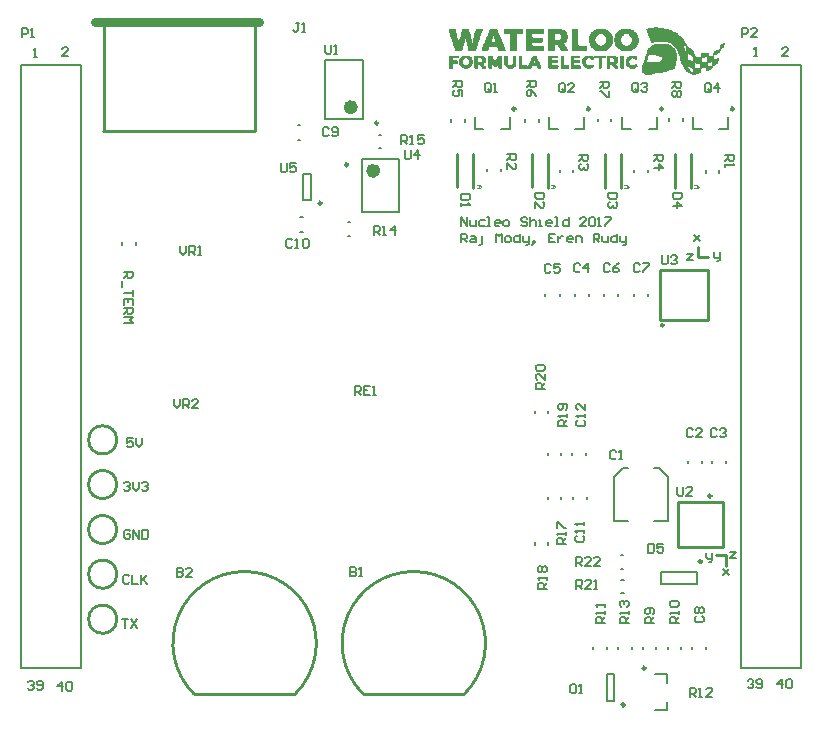
<source format=gto>
G04 Layer_Color=65535*
%FSLAX23Y23*%
%MOIN*%
G70*
G01*
G75*
%ADD27C,0.010*%
%ADD40C,0.010*%
%ADD41C,0.024*%
%ADD42C,0.002*%
%ADD43C,0.008*%
%ADD44C,0.030*%
%ADD45C,0.006*%
%ADD46C,0.006*%
%ADD47C,0.006*%
%ADD48C,0.003*%
D27*
X2366Y2609D02*
G03*
X2366Y2609I-47J0D01*
G01*
X4348Y2721D02*
G03*
X4348Y2721I-5J0D01*
G01*
X2366Y2908D02*
G03*
X2366Y2908I-47J0D01*
G01*
Y2759D02*
G03*
X2366Y2759I-47J0D01*
G01*
Y2460D02*
G03*
X2366Y2460I-47J0D01*
G01*
Y2310D02*
G03*
X2366Y2310I-47J0D01*
G01*
X2961Y2061D02*
G03*
X2622Y2061I-169J169D01*
G01*
X3525D02*
G03*
X3186Y2061I-169J169D01*
G01*
X4189Y3290D02*
G03*
X4189Y3290I-4J0D01*
G01*
X4304Y3518D02*
Y3552D01*
Y3544D02*
Y3552D01*
Y3518D02*
X4336D01*
X4364Y2524D02*
X4396D01*
Y2489D02*
Y2524D01*
X4388Y2551D02*
Y2701D01*
X4238Y2551D02*
X4388D01*
X4238D02*
Y2701D01*
X4388D01*
X2826Y3936D02*
Y4300D01*
X2319Y3936D02*
X2826D01*
X2323D02*
Y4300D01*
X4281Y3749D02*
Y3860D01*
X4228Y3749D02*
Y3860D01*
X4046Y3748D02*
Y3860D01*
X3992Y3749D02*
Y3860D01*
X3802Y3749D02*
Y3860D01*
X3749Y3750D02*
Y3861D01*
X3501Y3750D02*
Y3861D01*
X3554Y3749D02*
Y3860D01*
X2622Y2061D02*
X2961D01*
X3186D02*
X3525D01*
X4176Y3310D02*
X4178Y3308D01*
X4176Y3310D02*
Y3475D01*
X4178Y3308D02*
X4183D01*
X4176Y3475D02*
X4336D01*
X4337Y3474D01*
Y3308D02*
Y3474D01*
X4183Y3308D02*
X4337D01*
D40*
X3049Y3697D02*
G03*
X3049Y3697I-5J0D01*
G01*
X3137Y3825D02*
G03*
X3137Y3825I-5J0D01*
G01*
X3237Y3964D02*
G03*
X3237Y3964I-5J0D01*
G01*
X4129Y2147D02*
G03*
X4129Y2147I-5J0D01*
G01*
X4423Y4011D02*
G03*
X4423Y4011I-5J0D01*
G01*
X4187D02*
G03*
X4187Y4011I-5J0D01*
G01*
X3943D02*
G03*
X3943Y4011I-5J0D01*
G01*
X3695D02*
G03*
X3695Y4011I-5J0D01*
G01*
X4059Y2025D02*
G03*
X4059Y2025I-5J0D01*
G01*
X4316Y2502D02*
G03*
X4316Y2502I-5J0D01*
G01*
D41*
X3233Y3805D02*
G03*
X3233Y3805I-12J0D01*
G01*
X3158Y4017D02*
G03*
X3158Y4017I-12J0D01*
G01*
D42*
X3472Y4181D02*
X3482D01*
X3472Y4179D02*
X3482D01*
X3472Y4177D02*
X3482D01*
X3472Y4175D02*
X3482D01*
X3472Y4163D02*
X3482D01*
X3472Y4161D02*
X3482D01*
X3472Y4159D02*
X3482D01*
X3472Y4157D02*
X3482D01*
X3472Y4155D02*
X3482D01*
X3472Y4153D02*
X3482D01*
X3474Y4151D02*
X3482D01*
X3474Y4149D02*
X3482D01*
X3520Y4189D02*
X3536D01*
X3516Y4187D02*
X3540D01*
X3514Y4185D02*
X3544D01*
X3512Y4183D02*
X3546D01*
X3510Y4181D02*
X3524D01*
X3532D02*
X3546D01*
X3558D02*
X3568D01*
X3508Y4179D02*
X3520D01*
X3536D02*
X3548D01*
X3558D02*
X3568D01*
X3508Y4177D02*
X3518D01*
X3538D02*
X3548D01*
X3558D02*
X3568D01*
X3508Y4175D02*
X3518D01*
X3540D02*
X3550D01*
X3558D02*
X3568D01*
X3506Y4173D02*
X3516D01*
X3540D02*
X3550D01*
X3558D02*
X3568D01*
X3506Y4171D02*
X3516D01*
X3540D02*
X3550D01*
X3558D02*
X3568D01*
X3506Y4169D02*
X3516D01*
X3540D02*
X3550D01*
X3506Y4167D02*
X3516D01*
X3540D02*
X3550D01*
X3506Y4165D02*
X3516D01*
X3540D02*
X3550D01*
X3508Y4163D02*
X3518D01*
X3540D02*
X3550D01*
X3508Y4161D02*
X3520D01*
X3538D02*
X3548D01*
X3510Y4159D02*
X3522D01*
X3536D02*
X3548D01*
X3558D02*
X3568D01*
X3510Y4157D02*
X3526D01*
X3530D02*
X3546D01*
X3558D02*
X3568D01*
X3512Y4155D02*
X3544D01*
X3558D02*
X3568D01*
X3514Y4153D02*
X3542D01*
X3558D02*
X3568D01*
X3518Y4151D02*
X3540D01*
X3558D02*
X3568D01*
X3522Y4149D02*
X3534D01*
X3560D02*
X3566D01*
X3516Y4275D02*
X3538D01*
X3516Y4273D02*
X3538D01*
X3516Y4271D02*
X3538D01*
X3516Y4269D02*
X3540D01*
X3514Y4267D02*
X3540D01*
X3514Y4265D02*
X3540D01*
X3514Y4263D02*
X3540D01*
X3514Y4261D02*
X3542D01*
X3512Y4259D02*
X3542D01*
X3512Y4257D02*
X3542D01*
X3512Y4255D02*
X3542D01*
X3512Y4253D02*
X3544D01*
X3510Y4251D02*
X3526D01*
X3528D02*
X3544D01*
X3510Y4249D02*
X3526D01*
X3528D02*
X3544D01*
X3510Y4247D02*
X3526D01*
X3528D02*
X3544D01*
X3508Y4245D02*
X3524D01*
X3530D02*
X3546D01*
X3508Y4243D02*
X3524D01*
X3530D02*
X3546D01*
X3508Y4241D02*
X3524D01*
X3530D02*
X3546D01*
X3554D02*
X3570D01*
X3508Y4239D02*
X3522D01*
X3530D02*
X3546D01*
X3552D02*
X3570D01*
X3506Y4237D02*
X3522D01*
X3532D02*
X3548D01*
X3552D02*
X3570D01*
X3506Y4235D02*
X3522D01*
X3532D02*
X3548D01*
X3552D02*
X3568D01*
X3506Y4233D02*
X3522D01*
X3532D02*
X3548D01*
X3552D02*
X3568D01*
X3506Y4231D02*
X3520D01*
X3532D02*
X3568D01*
X3534Y4229D02*
X3566D01*
X3534Y4227D02*
X3566D01*
X3534Y4225D02*
X3566D01*
X3536Y4223D02*
X3564D01*
X3536Y4221D02*
X3564D01*
X3536Y4219D02*
X3564D01*
X3536Y4217D02*
X3562D01*
X3538Y4215D02*
X3562D01*
X3538Y4213D02*
X3562D01*
X3538Y4211D02*
X3560D01*
X3494Y4209D02*
X3514D01*
X3538D02*
X3560D01*
X3494Y4207D02*
X3514D01*
X3540D02*
X3558D01*
X3604Y4189D02*
X3614D01*
X3638D02*
X3646D01*
X3604Y4187D02*
X3616D01*
X3636D02*
X3648D01*
X3604Y4185D02*
X3616D01*
X3634D02*
X3648D01*
X3604Y4183D02*
X3618D01*
X3634D02*
X3648D01*
X3580Y4181D02*
X3592D01*
X3604D02*
X3618D01*
X3632D02*
X3648D01*
X3582Y4179D02*
X3592D01*
X3604D02*
X3618D01*
X3632D02*
X3648D01*
X3584Y4177D02*
X3592D01*
X3604D02*
X3620D01*
X3630D02*
X3648D01*
X3584Y4175D02*
X3592D01*
X3604D02*
X3622D01*
X3630D02*
X3648D01*
X3584Y4173D02*
X3592D01*
X3604D02*
X3622D01*
X3628D02*
X3648D01*
X3582Y4171D02*
X3592D01*
X3604D02*
X3612D01*
X3614D02*
X3624D01*
X3628D02*
X3648D01*
X3604Y4169D02*
X3612D01*
X3614D02*
X3624D01*
X3626D02*
X3636D01*
X3638D02*
X3648D01*
X3604Y4167D02*
X3612D01*
X3616D02*
X3636D01*
X3638D02*
X3648D01*
X3604Y4165D02*
X3612D01*
X3616D02*
X3634D01*
X3638D02*
X3648D01*
X3604Y4163D02*
X3612D01*
X3618D02*
X3634D01*
X3638D02*
X3648D01*
X3604Y4161D02*
X3612D01*
X3618D02*
X3632D01*
X3638D02*
X3648D01*
X3578Y4159D02*
X3588D01*
X3604D02*
X3612D01*
X3620D02*
X3632D01*
X3638D02*
X3648D01*
X3578Y4157D02*
X3588D01*
X3604D02*
X3612D01*
X3620D02*
X3630D01*
X3638D02*
X3648D01*
X3580Y4155D02*
X3590D01*
X3604D02*
X3612D01*
X3622D02*
X3630D01*
X3638D02*
X3648D01*
X3582Y4153D02*
X3592D01*
X3604D02*
X3612D01*
X3624D02*
X3628D01*
X3638D02*
X3648D01*
X3582Y4151D02*
X3592D01*
X3604D02*
X3612D01*
X3638D02*
X3648D01*
X3584Y4149D02*
X3592D01*
X3606D02*
X3612D01*
X3640D02*
X3646D01*
X3610Y4275D02*
X3632D01*
X3608Y4273D02*
X3632D01*
X3608Y4271D02*
X3634D01*
X3606Y4269D02*
X3634D01*
X3606Y4267D02*
X3634D01*
X3604Y4265D02*
X3636D01*
X3604Y4263D02*
X3636D01*
X3604Y4261D02*
X3638D01*
X3602Y4259D02*
X3638D01*
X3602Y4257D02*
X3640D01*
X3600Y4255D02*
X3618D01*
X3622D02*
X3640D01*
X3600Y4253D02*
X3618D01*
X3622D02*
X3640D01*
X3598Y4251D02*
X3616D01*
X3622D02*
X3642D01*
X3598Y4249D02*
X3616D01*
X3624D02*
X3642D01*
X3598Y4247D02*
X3616D01*
X3624D02*
X3644D01*
X3596Y4245D02*
X3614D01*
X3626D02*
X3644D01*
X3596Y4243D02*
X3614D01*
X3626D02*
X3646D01*
X3594Y4241D02*
X3612D01*
X3626D02*
X3646D01*
X3594Y4239D02*
X3612D01*
X3628D02*
X3646D01*
X3592Y4237D02*
X3612D01*
X3628D02*
X3648D01*
X3592Y4235D02*
X3612D01*
X3628D02*
X3648D01*
X3592Y4233D02*
X3650D01*
X3590Y4231D02*
X3650D01*
X3590Y4229D02*
X3650D01*
X3586Y4219D02*
X3604D01*
X3584Y4217D02*
X3604D01*
X3584Y4215D02*
X3602D01*
X3582Y4213D02*
X3602D01*
X3582Y4211D02*
X3602D01*
X3582Y4209D02*
X3600D01*
X3582Y4207D02*
X3600D01*
X3660Y4189D02*
X3668D01*
X3686D02*
X3694D01*
X3706D02*
X3714D01*
X3658Y4187D02*
X3668D01*
X3686D02*
X3694D01*
X3706D02*
X3714D01*
X3658Y4185D02*
X3668D01*
X3686D02*
X3694D01*
X3706D02*
X3714D01*
X3658Y4183D02*
X3668D01*
X3686D02*
X3694D01*
X3706D02*
X3714D01*
X3658Y4181D02*
X3668D01*
X3686D02*
X3694D01*
X3706D02*
X3714D01*
X3658Y4179D02*
X3668D01*
X3686D02*
X3694D01*
X3706D02*
X3714D01*
X3658Y4177D02*
X3668D01*
X3686D02*
X3694D01*
X3706D02*
X3714D01*
X3658Y4175D02*
X3668D01*
X3686D02*
X3694D01*
X3706D02*
X3714D01*
X3658Y4173D02*
X3668D01*
X3686D02*
X3694D01*
X3706D02*
X3714D01*
X3658Y4171D02*
X3668D01*
X3686D02*
X3694D01*
X3706D02*
X3714D01*
X3658Y4169D02*
X3668D01*
X3686D02*
X3694D01*
X3706D02*
X3714D01*
X3658Y4167D02*
X3668D01*
X3686D02*
X3694D01*
X3706D02*
X3714D01*
X3658Y4165D02*
X3668D01*
X3686D02*
X3694D01*
X3706D02*
X3714D01*
X3658Y4163D02*
X3668D01*
X3686D02*
X3694D01*
X3706D02*
X3714D01*
X3658Y4161D02*
X3668D01*
X3684D02*
X3694D01*
X3706D02*
X3714D01*
X3660Y4159D02*
X3670D01*
X3684D02*
X3694D01*
X3706D02*
X3714D01*
X3660Y4157D02*
X3674D01*
X3678D02*
X3694D01*
X3706D02*
X3730D01*
X3662Y4155D02*
X3692D01*
X3664Y4153D02*
X3690D01*
X3666Y4151D02*
X3688D01*
X3670Y4149D02*
X3684D01*
X3656Y4275D02*
X3718D01*
X3656Y4273D02*
X3718D01*
X3656Y4271D02*
X3718D01*
X3656Y4269D02*
X3718D01*
X3656Y4267D02*
X3718D01*
X3656Y4265D02*
X3718D01*
X3658Y4263D02*
X3716D01*
X3678Y4261D02*
X3696D01*
X3678Y4259D02*
X3696D01*
X3678Y4257D02*
X3696D01*
X3678Y4255D02*
X3696D01*
X3678Y4253D02*
X3696D01*
X3678Y4251D02*
X3696D01*
X3678Y4249D02*
X3696D01*
X3678Y4247D02*
X3696D01*
X3678Y4245D02*
X3696D01*
X3678Y4243D02*
X3696D01*
X3678Y4241D02*
X3696D01*
X3678Y4239D02*
X3696D01*
X3678Y4237D02*
X3696D01*
X3678Y4235D02*
X3696D01*
X3678Y4233D02*
X3696D01*
X3678Y4231D02*
X3696D01*
X3678Y4229D02*
X3696D01*
X3678Y4227D02*
X3696D01*
X3678Y4225D02*
X3696D01*
X3678Y4223D02*
X3696D01*
X3678Y4221D02*
X3696D01*
X3678Y4219D02*
X3696D01*
X3678Y4217D02*
X3696D01*
X3678Y4215D02*
X3696D01*
X3678Y4213D02*
X3696D01*
X3678Y4211D02*
X3696D01*
X3678Y4209D02*
X3696D01*
X3678Y4207D02*
X3696D01*
X3752Y4189D02*
X3762D01*
X3752Y4187D02*
X3762D01*
X3750Y4185D02*
X3764D01*
X3750Y4183D02*
X3764D01*
X3748Y4181D02*
X3764D01*
X3748Y4179D02*
X3766D01*
X3746Y4177D02*
X3756D01*
X3758D02*
X3766D01*
X3746Y4175D02*
X3756D01*
X3758D02*
X3768D01*
X3746Y4173D02*
X3754D01*
X3760D02*
X3768D01*
X3744Y4171D02*
X3754D01*
X3760D02*
X3770D01*
X3744Y4169D02*
X3752D01*
X3760D02*
X3770D01*
X3742Y4167D02*
X3752D01*
X3762D02*
X3772D01*
X3742Y4165D02*
X3772D01*
X3740Y4163D02*
X3772D01*
X3740Y4161D02*
X3774D01*
X3738Y4159D02*
X3774D01*
X3738Y4157D02*
X3748D01*
X3766D02*
X3776D01*
X3738Y4155D02*
X3746D01*
X3766D02*
X3776D01*
X3736Y4153D02*
X3746D01*
X3768D02*
X3778D01*
X3736Y4151D02*
X3746D01*
X3768D02*
X3778D01*
X3736Y4149D02*
X3744D01*
X3770D02*
X3778D01*
X3846Y4189D02*
X3854D01*
X3846Y4187D02*
X3854D01*
X3846Y4185D02*
X3854D01*
X3846Y4183D02*
X3854D01*
X3846Y4181D02*
X3854D01*
X3880D02*
X3888D01*
X3846Y4179D02*
X3854D01*
X3880D02*
X3888D01*
X3846Y4177D02*
X3854D01*
X3880D02*
X3888D01*
X3846Y4175D02*
X3854D01*
X3880D02*
X3888D01*
X3846Y4173D02*
X3854D01*
X3846Y4171D02*
X3854D01*
X3846Y4169D02*
X3854D01*
X3846Y4167D02*
X3854D01*
X3846Y4165D02*
X3854D01*
X3880D02*
X3888D01*
X3846Y4163D02*
X3854D01*
X3880D02*
X3888D01*
X3846Y4161D02*
X3854D01*
X3880D02*
X3888D01*
X3846Y4159D02*
X3854D01*
X3880D02*
X3888D01*
X3846Y4157D02*
X3870D01*
X3846Y4155D02*
X3870D01*
X3846Y4153D02*
X3870D01*
X3846Y4151D02*
X3870D01*
X3846Y4149D02*
X3870D01*
X3838Y4263D02*
X3864D01*
X3844Y4261D02*
X3864D01*
X3846Y4259D02*
X3866D01*
X3848Y4257D02*
X3866D01*
X3848Y4255D02*
X3866D01*
X3848Y4253D02*
X3866D01*
X3848Y4251D02*
X3866D01*
X3848Y4249D02*
X3866D01*
X3846Y4247D02*
X3866D01*
X3844Y4245D02*
X3864D01*
X3842Y4243D02*
X3864D01*
X3836Y4225D02*
X3856D01*
X3838Y4223D02*
X3858D01*
X3838Y4221D02*
X3860D01*
X3840Y4219D02*
X3860D01*
X3842Y4217D02*
X3862D01*
X3842Y4215D02*
X3864D01*
X3844Y4213D02*
X3864D01*
X3844Y4211D02*
X3866D01*
X3846Y4209D02*
X3866D01*
X3846Y4207D02*
X3866D01*
X3930Y4189D02*
X3946D01*
X3926Y4187D02*
X3950D01*
X3924Y4185D02*
X3954D01*
X3922Y4183D02*
X3954D01*
X3920Y4181D02*
X3934D01*
X3942D02*
X3954D01*
X3920Y4179D02*
X3930D01*
X3948D02*
X3952D01*
X3918Y4177D02*
X3928D01*
X3918Y4175D02*
X3928D01*
X3918Y4173D02*
X3926D01*
X3918Y4171D02*
X3926D01*
X3918Y4169D02*
X3926D01*
X3918Y4167D02*
X3926D01*
X3918Y4165D02*
X3926D01*
X3918Y4163D02*
X3928D01*
X3920Y4161D02*
X3930D01*
X3920Y4159D02*
X3932D01*
X3946D02*
X3952D01*
X3920Y4157D02*
X3954D01*
X3922Y4155D02*
X3954D01*
X3924Y4153D02*
X3952D01*
X3928Y4151D02*
X3950D01*
X3932Y4149D02*
X3944D01*
Y4261D02*
X3970D01*
X3942Y4259D02*
X3966D01*
X3942Y4257D02*
X3964D01*
X3942Y4255D02*
X3962D01*
X3940Y4253D02*
X3962D01*
X3940Y4251D02*
X3960D01*
X3940Y4249D02*
X3960D01*
X3940Y4247D02*
X3958D01*
X3940Y4245D02*
X3958D01*
X3940Y4243D02*
X3958D01*
X3940Y4241D02*
X3958D01*
X3940Y4239D02*
X3958D01*
X3940Y4237D02*
X3960D01*
X3940Y4235D02*
X3960D01*
X3940Y4233D02*
X3960D01*
X3942Y4231D02*
X3962D01*
X3942Y4229D02*
X3964D01*
X3942Y4227D02*
X3966D01*
X3944Y4225D02*
X3968D01*
X4000Y4189D02*
X4024D01*
X4000Y4187D02*
X4028D01*
X4000Y4185D02*
X4030D01*
X4000Y4183D02*
X4032D01*
X4000Y4181D02*
X4008D01*
X4020D02*
X4032D01*
X4000Y4179D02*
X4008D01*
X4024D02*
X4032D01*
X4000Y4177D02*
X4008D01*
X4024D02*
X4032D01*
X4000Y4175D02*
X4008D01*
X4026D02*
X4032D01*
X4000Y4173D02*
X4008D01*
X4024D02*
X4032D01*
X4000Y4171D02*
X4008D01*
X4022D02*
X4032D01*
X4000Y4169D02*
X4032D01*
X4000Y4167D02*
X4030D01*
X4000Y4165D02*
X4030D01*
X4000Y4163D02*
X4026D01*
X4000Y4161D02*
X4026D01*
X4000Y4159D02*
X4008D01*
X4018D02*
X4028D01*
X4000Y4157D02*
X4008D01*
X4020D02*
X4030D01*
X4000Y4155D02*
X4008D01*
X4020D02*
X4030D01*
X4000Y4153D02*
X4008D01*
X4022D02*
X4032D01*
X4000Y4151D02*
X4008D01*
X4024D02*
X4032D01*
X4000Y4149D02*
X4008D01*
X4026D02*
X4032D01*
X3986Y4261D02*
X4012D01*
X3990Y4259D02*
X4014D01*
X3992Y4257D02*
X4014D01*
X4026D02*
X4050D01*
X3994Y4255D02*
X4014D01*
X4026D02*
X4048D01*
X3994Y4253D02*
X4016D01*
X4026D02*
X4046D01*
X3996Y4251D02*
X4016D01*
X4026D02*
X4046D01*
X3996Y4249D02*
X4016D01*
X4024D02*
X4044D01*
X3998Y4247D02*
X4016D01*
X4024D02*
X4044D01*
X3998Y4245D02*
X4016D01*
X4024D02*
X4044D01*
X3998Y4243D02*
X4016D01*
X4024D02*
X4044D01*
X3998Y4241D02*
X4016D01*
X4024D02*
X4044D01*
X3998Y4239D02*
X4016D01*
X4024D02*
X4044D01*
X3996Y4237D02*
X4016D01*
X4024D02*
X4044D01*
X3996Y4235D02*
X4016D01*
X4026D02*
X4044D01*
X3996Y4233D02*
X4016D01*
X4026D02*
X4046D01*
X3994Y4231D02*
X4016D01*
X4026D02*
X4046D01*
X3992Y4229D02*
X4014D01*
X4026D02*
X4048D01*
X3990Y4227D02*
X4014D01*
X4028D02*
X4050D01*
X3988Y4225D02*
X4012D01*
X3984Y4223D02*
X4012D01*
X4076Y4189D02*
X4092D01*
X4072Y4187D02*
X4096D01*
X4070Y4185D02*
X4098D01*
X4068Y4183D02*
X4098D01*
X4066Y4181D02*
X4080D01*
X4088D02*
X4098D01*
X4064Y4179D02*
X4076D01*
X4092D02*
X4096D01*
X4064Y4177D02*
X4074D01*
X4126D02*
X4130D01*
X4064Y4175D02*
X4072D01*
X4124D02*
X4130D01*
X4062Y4173D02*
X4072D01*
X4124D02*
X4130D01*
X4062Y4171D02*
X4070D01*
X4124D02*
X4130D01*
X4062Y4169D02*
X4070D01*
X4062Y4167D02*
X4070D01*
X4062Y4165D02*
X4072D01*
X4064Y4163D02*
X4072D01*
X4064Y4161D02*
X4074D01*
X4094D02*
X4096D01*
X4064Y4159D02*
X4076D01*
X4092D02*
X4098D01*
X4066Y4157D02*
X4098D01*
X4068Y4155D02*
X4100D01*
X4070Y4153D02*
X4098D01*
X4072Y4151D02*
X4094D01*
X4078Y4149D02*
X4090D01*
X4072Y4261D02*
X4096D01*
X4074Y4259D02*
X4098D01*
X4076Y4257D02*
X4100D01*
X4078Y4255D02*
X4100D01*
X4080Y4253D02*
X4100D01*
X4080Y4251D02*
X4100D01*
X4082Y4249D02*
X4102D01*
X4082Y4247D02*
X4102D01*
X4082Y4245D02*
X4102D01*
X4082Y4243D02*
X4102D01*
X4082Y4241D02*
X4102D01*
X4082Y4239D02*
X4102D01*
X4082Y4237D02*
X4102D01*
X4082Y4235D02*
X4102D01*
X4080Y4233D02*
X4100D01*
X4080Y4231D02*
X4100D01*
X4078Y4229D02*
X4100D01*
X4076Y4227D02*
X4098D01*
X4074Y4225D02*
X4098D01*
X4070Y4223D02*
X4096D01*
X4056Y4279D02*
X4070D01*
X4146Y4237D02*
X4162D01*
X4148Y4235D02*
X4154D01*
X4166Y4229D02*
X4192D01*
X4158Y4227D02*
X4202D01*
X4154Y4225D02*
X4206D01*
X4150Y4223D02*
X4210D01*
X4156Y4283D02*
X4168D01*
X4138Y4281D02*
X4188D01*
X4240Y4195D02*
X4266D01*
X4272D02*
X4288D01*
X4240Y4193D02*
X4266D01*
X4276D02*
X4290D01*
X4240Y4191D02*
X4266D01*
X4280D02*
X4290D01*
X4242Y4189D02*
X4266D01*
X4284D02*
X4290D01*
X4242Y4187D02*
X4266D01*
X4242Y4185D02*
X4266D01*
X4242Y4183D02*
X4266D01*
X4242Y4181D02*
X4266D01*
X4244Y4179D02*
X4266D01*
X4244Y4177D02*
X4268D01*
X4244Y4175D02*
X4260D01*
X4266D02*
X4270D01*
X4246Y4173D02*
X4262D01*
X4266D02*
X4276D01*
X4246Y4171D02*
X4262D01*
X4266D02*
X4282D01*
X4248Y4169D02*
X4262D01*
X4248Y4167D02*
X4262D01*
X4266D02*
X4290D01*
X4248Y4165D02*
X4264D01*
X4266D02*
X4290D01*
X4250Y4163D02*
X4264D01*
X4266D02*
X4290D01*
X4250Y4161D02*
X4264D01*
X4266D02*
X4290D01*
X4252Y4159D02*
X4290D01*
X4252Y4157D02*
X4290D01*
X4254Y4155D02*
X4290D01*
X4254Y4153D02*
X4268D01*
X4272D02*
X4290D01*
X4256Y4151D02*
X4268D01*
X4276D02*
X4290D01*
X4256Y4149D02*
X4270D01*
X4258Y4147D02*
X4270D01*
X4260Y4145D02*
X4272D01*
X4262Y4143D02*
X4274D01*
X4262Y4141D02*
X4274D01*
X4264Y4139D02*
X4276D01*
X4266Y4137D02*
X4278D01*
X4270Y4135D02*
X4280D01*
X4272Y4133D02*
X4284D01*
X4276Y4131D02*
X4286D01*
X4216Y4229D02*
X4252D01*
X4254D02*
X4260D01*
X4218Y4227D02*
X4252D01*
X4256D02*
X4262D01*
X4220Y4225D02*
X4254D01*
X4258D02*
X4262D01*
X4222Y4223D02*
X4254D01*
X4260D02*
X4262D01*
X4224Y4221D02*
X4254D01*
X4262D02*
X4266D01*
X4226Y4219D02*
X4254D01*
X4262D02*
X4268D01*
X4228Y4217D02*
X4254D01*
X4264D02*
X4270D01*
X4230Y4215D02*
X4254D01*
X4264D02*
X4274D01*
X4230Y4213D02*
X4256D01*
X4264D02*
X4276D01*
X4232Y4211D02*
X4256D01*
X4264D02*
X4280D01*
X4234Y4209D02*
X4256D01*
X4264D02*
X4282D01*
X4234Y4207D02*
X4256D01*
X4264D02*
X4284D01*
X4236Y4205D02*
X4256D01*
X4264D02*
X4286D01*
X4236Y4203D02*
X4260D01*
X4264D02*
X4288D01*
X4238Y4201D02*
X4288D01*
X4238Y4199D02*
X4288D01*
X4312Y4195D02*
X4338D01*
X4354D02*
X4362D01*
X4312Y4193D02*
X4338D01*
X4354D02*
X4358D01*
X4312Y4191D02*
X4336D01*
X4352D02*
X4354D01*
X4312Y4189D02*
X4336D01*
X4346D02*
X4354D01*
X4312Y4187D02*
X4354D01*
X4312Y4185D02*
X4322D01*
X4334D02*
X4354D01*
X4334Y4183D02*
X4352D01*
X4334Y4181D02*
X4352D01*
X4366D02*
X4370D01*
X4334Y4179D02*
X4352D01*
X4362D02*
X4370D01*
X4334Y4177D02*
X4352D01*
X4358D02*
X4370D01*
X4334Y4175D02*
X4352D01*
X4354D02*
X4370D01*
X4334Y4173D02*
X4370D01*
X4334Y4171D02*
X4368D01*
X4322Y4169D02*
X4344D01*
X4350D02*
X4368D01*
X4350Y4167D02*
X4368D01*
X4298Y4165D02*
X4308D01*
X4310D02*
X4334D01*
X4350D02*
X4366D01*
X4310Y4163D02*
X4334D01*
X4350D02*
X4364D01*
X4310Y4161D02*
X4334D01*
X4350D02*
X4360D01*
X4310Y4159D02*
X4334D01*
X4350D02*
X4358D01*
X4310Y4157D02*
X4334D01*
X4350D02*
X4354D01*
X4310Y4155D02*
X4332D01*
X4346D02*
X4350D01*
X4310Y4153D02*
X4334D01*
X4336D02*
X4350D01*
X4310Y4151D02*
X4350D01*
X4332Y4149D02*
X4348D01*
X4330Y4147D02*
X4348D01*
X4330Y4145D02*
X4344D01*
X4330Y4143D02*
X4342D01*
X4330Y4141D02*
X4336D01*
X4326Y4199D02*
X4336D01*
X4354D02*
X4368D01*
X4388Y4231D02*
X4390D01*
X4384Y4229D02*
X4390D01*
X4380Y4227D02*
X4390D01*
X4380Y4225D02*
X4388D01*
X4378Y4223D02*
X4388D01*
X4378Y4221D02*
X4386D01*
X4378Y4219D02*
X4386D01*
X4376Y4217D02*
X4384D01*
X4376Y4215D02*
X4380D01*
X4376Y4213D02*
X4378D01*
X3518Y4277D02*
X3536D01*
X3610D02*
X3630D01*
X3656D02*
X3718D01*
X4238Y4197D02*
X4266D01*
X4268D02*
X4288D01*
X4314D02*
X4338D01*
X4354D02*
X4364D01*
X3474Y4189D02*
X3502D01*
X3472Y4187D02*
X3502D01*
X3472Y4185D02*
X3502D01*
X3472Y4183D02*
X3502D01*
X3472Y4173D02*
X3498D01*
X3472Y4171D02*
X3500D01*
X3472Y4169D02*
X3500D01*
X3472Y4167D02*
X3500D01*
X3472Y4165D02*
X3500D01*
X3472Y4275D02*
X3492D01*
X3472Y4273D02*
X3492D01*
X3474Y4271D02*
X3494D01*
X3474Y4269D02*
X3494D01*
X3474Y4267D02*
X3494D01*
X3476Y4265D02*
X3496D01*
X3476Y4263D02*
X3496D01*
X3476Y4261D02*
X3496D01*
X3478Y4259D02*
X3496D01*
X3478Y4257D02*
X3498D01*
X3478Y4255D02*
X3498D01*
X3478Y4253D02*
X3498D01*
X3480Y4251D02*
X3498D01*
X3480Y4249D02*
X3500D01*
X3482Y4247D02*
X3500D01*
X3482Y4245D02*
X3500D01*
X3482Y4243D02*
X3500D01*
X3484Y4241D02*
X3502D01*
X3484Y4239D02*
X3502D01*
X3484Y4237D02*
X3502D01*
X3486Y4235D02*
X3504D01*
X3486Y4233D02*
X3504D01*
X3486Y4231D02*
X3504D01*
X3486Y4229D02*
X3520D01*
X3488Y4227D02*
X3520D01*
X3488Y4225D02*
X3520D01*
X3490Y4223D02*
X3518D01*
X3490Y4221D02*
X3518D01*
X3490Y4219D02*
X3518D01*
X3492Y4217D02*
X3516D01*
X3492Y4215D02*
X3516D01*
X3492Y4213D02*
X3516D01*
X3492Y4211D02*
X3516D01*
X3560Y4189D02*
X3584D01*
X3806D02*
X3834D01*
X3558Y4187D02*
X3588D01*
X3804D02*
X3834D01*
X3558Y4185D02*
X3590D01*
X3804D02*
X3834D01*
X3558Y4183D02*
X3590D01*
X3804D02*
X3834D01*
X3804Y4181D02*
X3814D01*
X3804Y4179D02*
X3814D01*
X3804Y4177D02*
X3814D01*
X3804Y4175D02*
X3814D01*
X3804Y4173D02*
X3832D01*
X3804Y4171D02*
X3832D01*
X3558Y4169D02*
X3592D01*
X3804D02*
X3832D01*
X3558Y4167D02*
X3590D01*
X3804D02*
X3832D01*
X3558Y4165D02*
X3588D01*
X3804D02*
X3814D01*
X3558Y4163D02*
X3586D01*
X3804D02*
X3814D01*
X3558Y4161D02*
X3586D01*
X3804D02*
X3814D01*
X3804Y4159D02*
X3814D01*
X3804Y4157D02*
X3834D01*
X3706Y4155D02*
X3732D01*
X3804D02*
X3834D01*
X3706Y4153D02*
X3732D01*
X3804D02*
X3836D01*
X3706Y4151D02*
X3732D01*
X3804D02*
X3834D01*
X3708Y4149D02*
X3732D01*
X3806D02*
X3834D01*
X3562Y4275D02*
X3582D01*
X3730D02*
X3786D01*
X3562Y4273D02*
X3580D01*
X3730D02*
X3786D01*
X3560Y4271D02*
X3580D01*
X3730D02*
X3786D01*
X3560Y4269D02*
X3580D01*
X3730D02*
X3786D01*
X3560Y4267D02*
X3580D01*
X3730D02*
X3786D01*
X3560Y4265D02*
X3578D01*
X3730D02*
X3786D01*
X3558Y4263D02*
X3578D01*
X3730D02*
X3750D01*
X3804D02*
X3824D01*
X3558Y4261D02*
X3578D01*
X3730D02*
X3748D01*
X3804D02*
X3822D01*
X3558Y4259D02*
X3576D01*
X3730D02*
X3748D01*
X3804D02*
X3822D01*
X3558Y4257D02*
X3576D01*
X3730D02*
X3748D01*
X3804D02*
X3822D01*
X3556Y4255D02*
X3574D01*
X3730D02*
X3748D01*
X3804D02*
X3822D01*
X3556Y4253D02*
X3574D01*
X3730D02*
X3748D01*
X3804D02*
X3822D01*
X3556Y4251D02*
X3574D01*
X3730D02*
X3750D01*
X3804D02*
X3822D01*
X3556Y4249D02*
X3574D01*
X3730D02*
X3782D01*
X3804D02*
X3822D01*
X3554Y4247D02*
X3572D01*
X3730D02*
X3782D01*
X3804D02*
X3822D01*
X3554Y4245D02*
X3572D01*
X3730D02*
X3782D01*
X3804D02*
X3822D01*
X3554Y4243D02*
X3572D01*
X3730D02*
X3782D01*
X3804D02*
X3822D01*
X3730Y4241D02*
X3782D01*
X3730Y4239D02*
X3782D01*
X3730Y4237D02*
X3782D01*
X3730Y4235D02*
X3780D01*
X3730Y4233D02*
X3748D01*
X3730Y4231D02*
X3748D01*
X3730Y4229D02*
X3748D01*
X3588Y4227D02*
X3652D01*
X3730D02*
X3748D01*
X3588Y4225D02*
X3652D01*
X3730D02*
X3748D01*
X3804D02*
X3822D01*
X3586Y4223D02*
X3654D01*
X3730D02*
X3750D01*
X3804D02*
X3822D01*
X3586Y4221D02*
X3654D01*
X3730D02*
X3788D01*
X3804D02*
X3822D01*
X3634Y4219D02*
X3656D01*
X3730D02*
X3788D01*
X3804D02*
X3822D01*
X3636Y4217D02*
X3656D01*
X3730D02*
X3788D01*
X3804D02*
X3822D01*
X3636Y4215D02*
X3656D01*
X3730D02*
X3788D01*
X3804D02*
X3822D01*
X3638Y4213D02*
X3658D01*
X3730D02*
X3788D01*
X3804D02*
X3822D01*
X3638Y4211D02*
X3658D01*
X3730D02*
X3788D01*
X3804D02*
X3822D01*
X3638Y4209D02*
X3660D01*
X3730D02*
X3788D01*
X3804D02*
X3822D01*
X3640Y4207D02*
X3658D01*
X3730D02*
X3788D01*
X3804D02*
X3822D01*
X4130Y4191D02*
X4136D01*
X3880Y4189D02*
X3908D01*
X3960D02*
X3992D01*
X4046D02*
X4052D01*
X4128D02*
X4134D01*
X3880Y4187D02*
X3908D01*
X3958D02*
X3992D01*
X4044D02*
X4052D01*
X4128D02*
X4134D01*
X3880Y4185D02*
X3908D01*
X3958D02*
X3992D01*
X4044D02*
X4052D01*
X4128D02*
X4134D01*
X3880Y4183D02*
X3908D01*
X3958D02*
X3992D01*
X4044D02*
X4052D01*
X4128D02*
X4132D01*
X3972Y4181D02*
X3980D01*
X4044D02*
X4052D01*
X4126D02*
X4132D01*
X3972Y4179D02*
X3980D01*
X4044D02*
X4052D01*
X4126D02*
X4132D01*
X3972Y4177D02*
X3980D01*
X4044D02*
X4052D01*
X3972Y4175D02*
X3980D01*
X4044D02*
X4052D01*
X3880Y4173D02*
X3906D01*
X3972D02*
X3980D01*
X4044D02*
X4052D01*
X3880Y4171D02*
X3906D01*
X3972D02*
X3980D01*
X4044D02*
X4052D01*
X3880Y4169D02*
X3906D01*
X3972D02*
X3980D01*
X4044D02*
X4052D01*
X4122D02*
X4148D01*
X3880Y4167D02*
X3906D01*
X3972D02*
X3980D01*
X4044D02*
X4052D01*
X3972Y4165D02*
X3980D01*
X4044D02*
X4052D01*
X3972Y4163D02*
X3980D01*
X4044D02*
X4052D01*
X3972Y4161D02*
X3980D01*
X4044D02*
X4052D01*
X3972Y4159D02*
X3980D01*
X4044D02*
X4052D01*
X3880Y4157D02*
X3908D01*
X3972D02*
X3980D01*
X4044D02*
X4052D01*
X3880Y4155D02*
X3910D01*
X3972D02*
X3980D01*
X4044D02*
X4052D01*
X3880Y4153D02*
X3910D01*
X3972D02*
X3980D01*
X4044D02*
X4052D01*
X3880Y4151D02*
X3910D01*
X3972D02*
X3980D01*
X4044D02*
X4052D01*
X3880Y4149D02*
X3910D01*
X3972D02*
X3978D01*
X4046D02*
X4052D01*
X4120Y4133D02*
X4170D01*
X4124Y4131D02*
X4158D01*
X4126Y4129D02*
X4146D01*
X3882Y4275D02*
X3900D01*
X3958D02*
X3998D01*
X4044D02*
X4082D01*
X3882Y4273D02*
X3900D01*
X3956D02*
X4000D01*
X4040D02*
X4086D01*
X3882Y4271D02*
X3900D01*
X3952D02*
X4004D01*
X4038D02*
X4088D01*
X3882Y4269D02*
X3900D01*
X3950D02*
X4006D01*
X4036D02*
X4090D01*
X3882Y4267D02*
X3900D01*
X3948D02*
X4008D01*
X4034D02*
X4092D01*
X3882Y4265D02*
X3900D01*
X3946D02*
X4010D01*
X4032D02*
X4094D01*
X3882Y4263D02*
X3900D01*
X3946D02*
X4010D01*
X4030D02*
X4096D01*
X3882Y4261D02*
X3900D01*
X4028D02*
X4054D01*
X3882Y4259D02*
X3900D01*
X4028D02*
X4052D01*
X3882Y4257D02*
X3900D01*
X3882Y4255D02*
X3900D01*
X3882Y4253D02*
X3900D01*
X3882Y4251D02*
X3900D01*
X3882Y4249D02*
X3900D01*
X3882Y4247D02*
X3900D01*
X3882Y4245D02*
X3900D01*
X3882Y4243D02*
X3900D01*
X3882Y4241D02*
X3900D01*
X3882Y4239D02*
X3900D01*
X3882Y4237D02*
X3900D01*
X3882Y4235D02*
X3900D01*
X3882Y4233D02*
X3900D01*
X3882Y4231D02*
X3900D01*
X3882Y4229D02*
X3900D01*
X3882Y4227D02*
X3900D01*
X3882Y4225D02*
X3900D01*
X4028D02*
X4052D01*
X3882Y4223D02*
X3902D01*
X3944D02*
X3972D01*
X4030D02*
X4056D01*
X3882Y4221D02*
X3930D01*
X3946D02*
X4010D01*
X4030D02*
X4096D01*
X3882Y4219D02*
X3930D01*
X3948D02*
X4008D01*
X4032D02*
X4094D01*
X3882Y4217D02*
X3930D01*
X3950D02*
X4006D01*
X4034D02*
X4092D01*
X3882Y4215D02*
X3930D01*
X3952D02*
X4004D01*
X4036D02*
X4090D01*
X3882Y4213D02*
X3930D01*
X3954D02*
X4002D01*
X4038D02*
X4088D01*
X3882Y4211D02*
X3930D01*
X3956D02*
X4000D01*
X4042D02*
X4084D01*
X3882Y4209D02*
X3930D01*
X3960D02*
X3996D01*
X4046D02*
X4080D01*
X3882Y4207D02*
X3930D01*
X3966D02*
X3990D01*
X4050D02*
X4074D01*
X3972Y4279D02*
X3984D01*
X4174Y4189D02*
X4230D01*
X4180Y4187D02*
X4230D01*
X4288D02*
X4292D01*
X4182Y4185D02*
X4230D01*
X4288D02*
X4298D01*
X4182Y4183D02*
X4230D01*
X4288D02*
X4314D01*
X4182Y4181D02*
X4230D01*
X4288D02*
X4312D01*
X4182Y4179D02*
X4230D01*
X4288D02*
X4312D01*
X4182Y4177D02*
X4230D01*
X4288D02*
X4312D01*
X4180Y4175D02*
X4230D01*
X4288D02*
X4312D01*
X4180Y4173D02*
X4230D01*
X4288D02*
X4312D01*
X4176Y4171D02*
X4228D01*
X4288D02*
X4312D01*
X4266Y4169D02*
X4312D01*
X4292Y4167D02*
X4334D01*
X4284Y4149D02*
X4312D01*
X4288Y4147D02*
X4310D01*
X4288Y4145D02*
X4310D01*
X4288Y4143D02*
X4310D01*
X4288Y4141D02*
X4310D01*
X4288Y4139D02*
X4310D01*
X4288Y4137D02*
X4310D01*
X4288Y4135D02*
X4310D01*
X4288Y4133D02*
X4310D01*
X4288Y4131D02*
X4304D01*
X4284Y4129D02*
X4292D01*
X4198Y4237D02*
X4256D01*
X4204Y4235D02*
X4256D01*
X4208Y4233D02*
X4258D01*
X4212Y4231D02*
X4260D01*
X4372Y4211D02*
X4376D01*
X4368Y4209D02*
X4376D01*
X4364Y4207D02*
X4374D01*
X4360Y4205D02*
X4374D01*
X4358Y4203D02*
X4372D01*
X4356Y4201D02*
X4372D01*
X3472Y4277D02*
X3492D01*
X3562D02*
X3582D01*
X3730D02*
X3786D01*
X3804D02*
X3848D01*
X3882D02*
X3900D01*
X3964D02*
X3992D01*
X4048D02*
X4078D01*
X4130Y4195D02*
X4230D01*
X4130Y4193D02*
X4230D01*
X4162Y4191D02*
X4230D01*
X4172Y4169D02*
X4228D01*
X4122Y4167D02*
X4228D01*
X4122Y4165D02*
X4228D01*
X4120Y4163D02*
X4226D01*
X4120Y4161D02*
X4226D01*
X4120Y4159D02*
X4226D01*
X4118Y4157D02*
X4226D01*
X4118Y4155D02*
X4224D01*
X4118Y4153D02*
X4224D01*
X4118Y4151D02*
X4224D01*
X4118Y4149D02*
X4222D01*
X4118Y4147D02*
X4220D01*
X4116Y4145D02*
X4216D01*
X4116Y4143D02*
X4210D01*
X4116Y4141D02*
X4204D01*
X4116Y4139D02*
X4196D01*
X4118Y4137D02*
X4190D01*
X4118Y4135D02*
X4182D01*
X3804Y4275D02*
X3854D01*
X4132D02*
X4210D01*
X3804Y4273D02*
X3858D01*
X4132D02*
X4214D01*
X3804Y4271D02*
X3860D01*
X4132D02*
X4218D01*
X3804Y4269D02*
X3860D01*
X4134D02*
X4222D01*
X3804Y4267D02*
X3862D01*
X4134D02*
X4226D01*
X3804Y4265D02*
X3864D01*
X4136D02*
X4230D01*
X4136Y4263D02*
X4232D01*
X4136Y4261D02*
X4234D01*
X4138Y4259D02*
X4236D01*
X4138Y4257D02*
X4238D01*
X4140Y4255D02*
X4240D01*
X4140Y4253D02*
X4244D01*
X4140Y4251D02*
X4246D01*
X4142Y4249D02*
X4248D01*
X4142Y4247D02*
X4250D01*
X4142Y4245D02*
X4250D01*
X4144Y4243D02*
X4252D01*
X3804Y4241D02*
X3864D01*
X4144D02*
X4254D01*
X3804Y4239D02*
X3862D01*
X4146D02*
X4254D01*
X3804Y4237D02*
X3862D01*
X3804Y4235D02*
X3860D01*
X3804Y4233D02*
X3858D01*
X3804Y4231D02*
X3854D01*
X3804Y4229D02*
X3854D01*
X3804Y4227D02*
X3856D01*
X4148Y4221D02*
X4212D01*
X4144Y4219D02*
X4216D01*
X4142Y4217D02*
X4218D01*
X4140Y4215D02*
X4220D01*
X4138Y4213D02*
X4222D01*
X4138Y4211D02*
X4222D01*
X4136Y4209D02*
X4224D01*
X4134Y4207D02*
X4226D01*
X4134Y4205D02*
X4226D01*
X4134Y4203D02*
X4228D01*
X4134Y4201D02*
X4228D01*
X4132Y4199D02*
X4228D01*
X4132Y4279D02*
X4196D01*
X4132Y4197D02*
X4230D01*
X4130Y4277D02*
X4202D01*
D43*
X4046Y2523D02*
X4054D01*
X4046Y2477D02*
X4054D01*
X4048Y2441D02*
X4056D01*
X4048Y2396D02*
X4056D01*
X3847Y2856D02*
Y2864D01*
X3802Y2856D02*
Y2864D01*
X3884Y2856D02*
Y2864D01*
X3931Y2856D02*
Y2864D01*
X2988Y3709D02*
Y3795D01*
X3012Y3709D02*
Y3795D01*
X2988D02*
X3012D01*
X2988Y3709D02*
X3012D01*
X3182Y3667D02*
X3308D01*
X3182Y3844D02*
X3308D01*
Y3667D02*
Y3844D01*
X3182Y3667D02*
Y3844D01*
X3186Y3977D02*
Y4174D01*
X3060Y3977D02*
Y4174D01*
Y3977D02*
X3186D01*
X3060Y4174D02*
X3186D01*
X3760Y2996D02*
Y3004D01*
X3805Y2996D02*
Y3004D01*
X3760Y2558D02*
Y2566D01*
X3805Y2558D02*
Y2566D01*
X3847Y2710D02*
Y2718D01*
X3802Y2710D02*
Y2718D01*
X2430Y3558D02*
Y3566D01*
X2385Y3558D02*
Y3566D01*
X3240Y3925D02*
X3248D01*
X3240Y3880D02*
X3248D01*
X3137Y3588D02*
X3145D01*
X3137Y3633D02*
X3145D01*
X4082Y2211D02*
Y2219D01*
X4036Y2211D02*
Y2219D01*
X4159Y2128D02*
X4199D01*
Y2099D02*
Y2128D01*
X4159Y2006D02*
X4199D01*
Y2034D01*
X3954Y2211D02*
Y2219D01*
X3999Y2211D02*
Y2219D01*
X4202Y2211D02*
Y2219D01*
X4247Y2211D02*
Y2219D01*
X4119Y2211D02*
Y2219D01*
X4164Y2211D02*
Y2219D01*
X4253Y3972D02*
Y3980D01*
X4208Y3972D02*
Y3980D01*
X4014Y3971D02*
Y3979D01*
X3969Y3971D02*
Y3979D01*
X3772Y3969D02*
Y3977D01*
X3727Y3969D02*
Y3977D01*
X3526Y3969D02*
Y3976D01*
X3480Y3969D02*
Y3976D01*
X4136Y3800D02*
Y3808D01*
X4091Y3800D02*
Y3808D01*
X3888Y3801D02*
Y3809D01*
X3843Y3801D02*
Y3809D01*
X3647Y3803D02*
Y3811D01*
X3601Y3803D02*
Y3811D01*
X4375Y3798D02*
Y3806D01*
X4329Y3798D02*
Y3806D01*
X4405Y3944D02*
Y3983D01*
X4375Y3944D02*
X4405D01*
X4286D02*
Y3983D01*
Y3944D02*
X4316D01*
X4168D02*
Y3983D01*
X4139Y3944D02*
X4168D01*
X4050D02*
Y3983D01*
Y3944D02*
X4080D01*
X3925D02*
Y3983D01*
X3895Y3944D02*
X3925D01*
X3806D02*
Y3983D01*
Y3944D02*
X3836D01*
X3677D02*
Y3983D01*
X3647Y3944D02*
X3677D01*
X3559D02*
Y3983D01*
Y3944D02*
X3588D01*
X4646Y2147D02*
Y4156D01*
X4446Y2147D02*
Y4156D01*
X4646D01*
X4446Y2147D02*
X4646D01*
X2246D02*
Y4156D01*
X2046Y2147D02*
Y4156D01*
X2246D01*
X2046Y2147D02*
X2246D01*
X3999Y2036D02*
Y2127D01*
X4023Y2036D02*
Y2127D01*
X3999D02*
X4023D01*
X3999Y2036D02*
X4023D01*
X3934Y2711D02*
Y2719D01*
X3887Y2711D02*
Y2719D01*
X2978Y3602D02*
X2986D01*
X2978Y3650D02*
X2986D01*
X2970Y3957D02*
X2978D01*
X2970Y3909D02*
X2978D01*
X4331Y2211D02*
Y2219D01*
X4283Y2211D02*
Y2219D01*
X4136Y3387D02*
Y3395D01*
X4089Y3387D02*
Y3395D01*
X4038Y3387D02*
Y3395D01*
X3991Y3387D02*
Y3395D01*
X3843Y3387D02*
Y3395D01*
X3795Y3387D02*
Y3395D01*
X3940Y3387D02*
Y3395D01*
X3893Y3387D02*
Y3395D01*
X4398Y2830D02*
Y2838D01*
X4350Y2830D02*
Y2838D01*
X4316Y2830D02*
Y2838D01*
X4269Y2830D02*
Y2838D01*
X4025Y2636D02*
Y2785D01*
Y2636D02*
X4071D01*
X4157D02*
X4202D01*
Y2785D01*
X4054Y2813D02*
X4071D01*
X4025Y2785D02*
X4054Y2813D01*
X4174D02*
X4202Y2785D01*
X4157Y2813D02*
X4174D01*
X4179Y2429D02*
X4301D01*
X4179Y2469D02*
X4301D01*
X4179Y2429D02*
Y2469D01*
X4301Y2429D02*
Y2469D01*
D44*
X2294Y4302D02*
X2841D01*
D45*
X3896Y2488D02*
Y2518D01*
X3911D01*
X3916Y2513D01*
Y2503D01*
X3911Y2498D01*
X3896D01*
X3906D02*
X3916Y2488D01*
X3946D02*
X3926D01*
X3946Y2508D01*
Y2513D01*
X3941Y2518D01*
X3931D01*
X3926Y2513D01*
X3976Y2488D02*
X3956D01*
X3976Y2508D01*
Y2513D01*
X3971Y2518D01*
X3961D01*
X3956Y2513D01*
X3898Y2411D02*
Y2441D01*
X3913D01*
X3918Y2436D01*
Y2426D01*
X3913Y2421D01*
X3898D01*
X3908D02*
X3918Y2411D01*
X3948D02*
X3928D01*
X3948Y2431D01*
Y2436D01*
X3943Y2441D01*
X3933D01*
X3928Y2436D01*
X3958Y2411D02*
X3968D01*
X3963D01*
Y2441D01*
X3958Y2436D01*
X4138Y2561D02*
Y2531D01*
X4153D01*
X4158Y2536D01*
Y2556D01*
X4153Y2561D01*
X4138D01*
X4188D02*
X4168D01*
Y2546D01*
X4178Y2551D01*
X4183D01*
X4188Y2546D01*
Y2536D01*
X4183Y2531D01*
X4173D01*
X4168Y2536D01*
D46*
X2411Y2604D02*
X2406Y2609D01*
X2396D01*
X2391Y2604D01*
Y2584D01*
X2396Y2579D01*
X2406D01*
X2411Y2584D01*
Y2594D01*
X2401D01*
X2421Y2579D02*
Y2609D01*
X2441Y2579D01*
Y2609D01*
X2451D02*
Y2579D01*
X2466D01*
X2471Y2584D01*
Y2604D01*
X2466Y2609D01*
X2451D01*
X2558Y3044D02*
Y3024D01*
X2568Y3014D01*
X2578Y3024D01*
Y3044D01*
X2588Y3014D02*
Y3044D01*
X2603D01*
X2608Y3039D01*
Y3029D01*
X2603Y3024D01*
X2588D01*
X2598D02*
X2608Y3014D01*
X2638D02*
X2618D01*
X2638Y3034D01*
Y3039D01*
X2633Y3044D01*
X2623D01*
X2618Y3039D01*
X2578Y3555D02*
Y3535D01*
X2588Y3525D01*
X2598Y3535D01*
Y3555D01*
X2608Y3525D02*
Y3555D01*
X2623D01*
X2628Y3550D01*
Y3540D01*
X2623Y3535D01*
X2608D01*
X2618D02*
X2628Y3525D01*
X2638D02*
X2648D01*
X2643D01*
Y3555D01*
X2638Y3550D01*
X2912Y3830D02*
Y3805D01*
X2917Y3800D01*
X2927D01*
X2932Y3805D01*
Y3830D01*
X2962D02*
X2942D01*
Y3815D01*
X2952Y3820D01*
X2957D01*
X2962Y3815D01*
Y3805D01*
X2957Y3800D01*
X2947D01*
X2942Y3805D01*
X3326Y3874D02*
Y3849D01*
X3331Y3844D01*
X3341D01*
X3346Y3849D01*
Y3874D01*
X3371Y3844D02*
Y3874D01*
X3356Y3859D01*
X3376D01*
X4234Y2751D02*
Y2726D01*
X4239Y2721D01*
X4249D01*
X4254Y2726D01*
Y2751D01*
X4284Y2721D02*
X4264D01*
X4284Y2741D01*
Y2746D01*
X4279Y2751D01*
X4269D01*
X4264Y2746D01*
X3061Y4225D02*
Y4200D01*
X3066Y4195D01*
X3076D01*
X3081Y4200D01*
Y4225D01*
X3091Y4195D02*
X3101D01*
X3096D01*
Y4225D01*
X3091Y4220D01*
X2420Y2913D02*
X2400D01*
Y2898D01*
X2410Y2903D01*
X2415D01*
X2420Y2898D01*
Y2888D01*
X2415Y2883D01*
X2405D01*
X2400Y2888D01*
X2430Y2913D02*
Y2893D01*
X2440Y2883D01*
X2450Y2893D01*
Y2913D01*
X2389Y2764D02*
X2394Y2769D01*
X2404D01*
X2409Y2764D01*
Y2759D01*
X2404Y2754D01*
X2399D01*
X2404D01*
X2409Y2749D01*
Y2744D01*
X2404Y2739D01*
X2394D01*
X2389Y2744D01*
X2419Y2769D02*
Y2749D01*
X2429Y2739D01*
X2439Y2749D01*
Y2769D01*
X2449Y2764D02*
X2454Y2769D01*
X2464D01*
X2469Y2764D01*
Y2759D01*
X2464Y2754D01*
X2459D01*
X2464D01*
X2469Y2749D01*
Y2744D01*
X2464Y2739D01*
X2454D01*
X2449Y2744D01*
X2407Y2453D02*
X2402Y2458D01*
X2392D01*
X2387Y2453D01*
Y2433D01*
X2392Y2428D01*
X2402D01*
X2407Y2433D01*
X2417Y2458D02*
Y2428D01*
X2437D01*
X2447Y2458D02*
Y2428D01*
Y2438D01*
X2467Y2458D01*
X2452Y2443D01*
X2467Y2428D01*
X2385Y2310D02*
X2405D01*
X2395D01*
Y2280D01*
X2415Y2310D02*
X2435Y2280D01*
Y2310D02*
X2415Y2280D01*
X3160Y3059D02*
Y3089D01*
X3175D01*
X3180Y3084D01*
Y3074D01*
X3175Y3069D01*
X3160D01*
X3170D02*
X3180Y3059D01*
X3210Y3089D02*
X3190D01*
Y3059D01*
X3210D01*
X3190Y3074D02*
X3200D01*
X3220Y3059D02*
X3230D01*
X3225D01*
Y3089D01*
X3220Y3084D01*
X3793Y3079D02*
X3763D01*
Y3094D01*
X3768Y3099D01*
X3778D01*
X3783Y3094D01*
Y3079D01*
Y3089D02*
X3793Y3099D01*
Y3129D02*
Y3109D01*
X3773Y3129D01*
X3768D01*
X3763Y3124D01*
Y3114D01*
X3768Y3109D01*
Y3139D02*
X3763Y3144D01*
Y3154D01*
X3768Y3159D01*
X3788D01*
X3793Y3154D01*
Y3144D01*
X3788Y3139D01*
X3768D01*
X3868Y2953D02*
X3838D01*
Y2968D01*
X3843Y2973D01*
X3853D01*
X3858Y2968D01*
Y2953D01*
Y2963D02*
X3868Y2973D01*
Y2983D02*
Y2993D01*
Y2988D01*
X3838D01*
X3843Y2983D01*
X3863Y3008D02*
X3868Y3013D01*
Y3023D01*
X3863Y3028D01*
X3843D01*
X3838Y3023D01*
Y3013D01*
X3843Y3008D01*
X3848D01*
X3853Y3013D01*
Y3028D01*
X3799Y2411D02*
X3769D01*
Y2426D01*
X3774Y2431D01*
X3784D01*
X3789Y2426D01*
Y2411D01*
Y2421D02*
X3799Y2431D01*
Y2441D02*
Y2451D01*
Y2446D01*
X3769D01*
X3774Y2441D01*
Y2466D02*
X3769Y2471D01*
Y2481D01*
X3774Y2486D01*
X3779D01*
X3784Y2481D01*
X3789Y2486D01*
X3794D01*
X3799Y2481D01*
Y2471D01*
X3794Y2466D01*
X3789D01*
X3784Y2471D01*
X3779Y2466D01*
X3774D01*
X3784Y2471D02*
Y2481D01*
X3863Y2560D02*
X3833D01*
Y2575D01*
X3838Y2580D01*
X3848D01*
X3853Y2575D01*
Y2560D01*
Y2570D02*
X3863Y2580D01*
Y2590D02*
Y2600D01*
Y2595D01*
X3833D01*
X3838Y2590D01*
X3833Y2615D02*
Y2635D01*
X3838D01*
X3858Y2615D01*
X3863D01*
X2389Y3468D02*
X2419D01*
Y3453D01*
X2414Y3448D01*
X2404D01*
X2399Y3453D01*
Y3468D01*
Y3458D02*
X2389Y3448D01*
X2384Y3438D02*
Y3418D01*
X2419Y3408D02*
Y3388D01*
Y3398D01*
X2389D01*
X2419Y3358D02*
Y3378D01*
X2389D01*
Y3358D01*
X2404Y3378D02*
Y3368D01*
X2389Y3348D02*
X2419D01*
Y3333D01*
X2414Y3328D01*
X2404D01*
X2399Y3333D01*
Y3348D01*
Y3338D02*
X2389Y3328D01*
Y3318D02*
X2419D01*
X2409Y3308D01*
X2419Y3298D01*
X2389D01*
X3315Y3893D02*
Y3923D01*
X3330D01*
X3335Y3918D01*
Y3908D01*
X3330Y3903D01*
X3315D01*
X3325D02*
X3335Y3893D01*
X3345D02*
X3355D01*
X3350D01*
Y3923D01*
X3345Y3918D01*
X3390Y3923D02*
X3370D01*
Y3908D01*
X3380Y3913D01*
X3385D01*
X3390Y3908D01*
Y3898D01*
X3385Y3893D01*
X3375D01*
X3370Y3898D01*
X3222Y3591D02*
Y3621D01*
X3237D01*
X3242Y3616D01*
Y3606D01*
X3237Y3601D01*
X3222D01*
X3232D02*
X3242Y3591D01*
X3252D02*
X3262D01*
X3257D01*
Y3621D01*
X3252Y3616D01*
X3292Y3591D02*
Y3621D01*
X3277Y3606D01*
X3297D01*
X4073Y2297D02*
X4043D01*
Y2312D01*
X4048Y2317D01*
X4058D01*
X4063Y2312D01*
Y2297D01*
Y2307D02*
X4073Y2317D01*
Y2327D02*
Y2337D01*
Y2332D01*
X4043D01*
X4048Y2327D01*
Y2352D02*
X4043Y2357D01*
Y2367D01*
X4048Y2372D01*
X4053D01*
X4058Y2367D01*
Y2362D01*
Y2367D01*
X4063Y2372D01*
X4068D01*
X4073Y2367D01*
Y2357D01*
X4068Y2352D01*
X4276Y2052D02*
Y2082D01*
X4291D01*
X4296Y2077D01*
Y2067D01*
X4291Y2062D01*
X4276D01*
X4286D02*
X4296Y2052D01*
X4306D02*
X4316D01*
X4311D01*
Y2082D01*
X4306Y2077D01*
X4351Y2052D02*
X4331D01*
X4351Y2072D01*
Y2077D01*
X4346Y2082D01*
X4336D01*
X4331Y2077D01*
X3992Y2297D02*
X3962D01*
Y2312D01*
X3967Y2317D01*
X3977D01*
X3982Y2312D01*
Y2297D01*
Y2307D02*
X3992Y2317D01*
Y2327D02*
Y2337D01*
Y2332D01*
X3962D01*
X3967Y2327D01*
X3992Y2352D02*
Y2362D01*
Y2357D01*
X3962D01*
X3967Y2352D01*
X4240Y2297D02*
X4210D01*
Y2312D01*
X4215Y2317D01*
X4225D01*
X4230Y2312D01*
Y2297D01*
Y2307D02*
X4240Y2317D01*
Y2327D02*
Y2337D01*
Y2332D01*
X4210D01*
X4215Y2327D01*
Y2352D02*
X4210Y2357D01*
Y2367D01*
X4215Y2372D01*
X4235D01*
X4240Y2367D01*
Y2357D01*
X4235Y2352D01*
X4215D01*
X4158Y2297D02*
X4128D01*
Y2312D01*
X4133Y2317D01*
X4143D01*
X4148Y2312D01*
Y2297D01*
Y2307D02*
X4158Y2317D01*
X4153Y2327D02*
X4158Y2332D01*
Y2342D01*
X4153Y2347D01*
X4133D01*
X4128Y2342D01*
Y2332D01*
X4133Y2327D01*
X4138D01*
X4143Y2332D01*
Y2347D01*
X4218Y4102D02*
X4248D01*
Y4087D01*
X4243Y4082D01*
X4233D01*
X4228Y4087D01*
Y4102D01*
Y4092D02*
X4218Y4082D01*
X4243Y4072D02*
X4248Y4067D01*
Y4057D01*
X4243Y4052D01*
X4238D01*
X4233Y4057D01*
X4228Y4052D01*
X4223D01*
X4218Y4057D01*
Y4067D01*
X4223Y4072D01*
X4228D01*
X4233Y4067D01*
X4238Y4072D01*
X4243D01*
X4233Y4067D02*
Y4057D01*
X3976Y4102D02*
X4006D01*
Y4087D01*
X4001Y4082D01*
X3991D01*
X3986Y4087D01*
Y4102D01*
Y4092D02*
X3976Y4082D01*
X4006Y4072D02*
Y4052D01*
X4001D01*
X3981Y4072D01*
X3976D01*
X3733Y4103D02*
X3763D01*
Y4088D01*
X3758Y4083D01*
X3748D01*
X3743Y4088D01*
Y4103D01*
Y4093D02*
X3733Y4083D01*
X3763Y4053D02*
X3758Y4063D01*
X3748Y4073D01*
X3738D01*
X3733Y4068D01*
Y4058D01*
X3738Y4053D01*
X3743D01*
X3748Y4058D01*
Y4073D01*
X3488Y4103D02*
X3518D01*
Y4088D01*
X3513Y4083D01*
X3503D01*
X3498Y4088D01*
Y4103D01*
Y4093D02*
X3488Y4083D01*
X3518Y4053D02*
Y4073D01*
X3503D01*
X3508Y4063D01*
Y4058D01*
X3503Y4053D01*
X3493D01*
X3488Y4058D01*
Y4068D01*
X3493Y4073D01*
X4158Y3858D02*
X4188D01*
Y3843D01*
X4183Y3838D01*
X4173D01*
X4168Y3843D01*
Y3858D01*
Y3848D02*
X4158Y3838D01*
Y3813D02*
X4188D01*
X4173Y3828D01*
Y3808D01*
X3908Y3859D02*
X3938D01*
Y3844D01*
X3933Y3839D01*
X3923D01*
X3918Y3844D01*
Y3859D01*
Y3849D02*
X3908Y3839D01*
X3933Y3829D02*
X3938Y3824D01*
Y3814D01*
X3933Y3809D01*
X3928D01*
X3923Y3814D01*
Y3819D01*
Y3814D01*
X3918Y3809D01*
X3913D01*
X3908Y3814D01*
Y3824D01*
X3913Y3829D01*
X3667Y3860D02*
X3697D01*
Y3845D01*
X3692Y3840D01*
X3682D01*
X3677Y3845D01*
Y3860D01*
Y3850D02*
X3667Y3840D01*
Y3810D02*
Y3830D01*
X3687Y3810D01*
X3692D01*
X3697Y3815D01*
Y3825D01*
X3692Y3830D01*
X4394Y3858D02*
X4424D01*
Y3843D01*
X4419Y3838D01*
X4409D01*
X4404Y3843D01*
Y3858D01*
Y3848D02*
X4394Y3838D01*
Y3828D02*
Y3818D01*
Y3823D01*
X4424D01*
X4419Y3828D01*
X4346Y4072D02*
Y4092D01*
X4341Y4097D01*
X4331D01*
X4326Y4092D01*
Y4072D01*
X4331Y4067D01*
X4341D01*
X4336Y4077D02*
X4346Y4067D01*
X4341D02*
X4346Y4072D01*
X4371Y4067D02*
Y4097D01*
X4356Y4082D01*
X4376D01*
X4104Y4073D02*
Y4093D01*
X4099Y4098D01*
X4089D01*
X4084Y4093D01*
Y4073D01*
X4089Y4068D01*
X4099D01*
X4094Y4078D02*
X4104Y4068D01*
X4099D02*
X4104Y4073D01*
X4114Y4093D02*
X4119Y4098D01*
X4129D01*
X4134Y4093D01*
Y4088D01*
X4129Y4083D01*
X4124D01*
X4129D01*
X4134Y4078D01*
Y4073D01*
X4129Y4068D01*
X4119D01*
X4114Y4073D01*
X3861Y4072D02*
Y4092D01*
X3856Y4097D01*
X3846D01*
X3841Y4092D01*
Y4072D01*
X3846Y4067D01*
X3856D01*
X3851Y4077D02*
X3861Y4067D01*
X3856D02*
X3861Y4072D01*
X3891Y4067D02*
X3871D01*
X3891Y4087D01*
Y4092D01*
X3886Y4097D01*
X3876D01*
X3871Y4092D01*
X3612Y4074D02*
Y4094D01*
X3607Y4099D01*
X3597D01*
X3592Y4094D01*
Y4074D01*
X3597Y4069D01*
X3607D01*
X3602Y4079D02*
X3612Y4069D01*
X3607D02*
X3612Y4074D01*
X3622Y4069D02*
X3632D01*
X3627D01*
Y4099D01*
X3622Y4094D01*
X4449Y4251D02*
Y4281D01*
X4464D01*
X4469Y4276D01*
Y4266D01*
X4464Y4261D01*
X4449D01*
X4499Y4251D02*
X4479D01*
X4499Y4271D01*
Y4276D01*
X4494Y4281D01*
X4484D01*
X4479Y4276D01*
X2049Y4250D02*
Y4280D01*
X2064D01*
X2069Y4275D01*
Y4265D01*
X2064Y4260D01*
X2049D01*
X2079Y4250D02*
X2089D01*
X2084D01*
Y4280D01*
X2079Y4275D01*
X3892Y2094D02*
X3882D01*
X3877Y2089D01*
Y2069D01*
X3882Y2064D01*
X3892D01*
X3897Y2069D01*
Y2089D01*
X3892Y2094D01*
X3907Y2064D02*
X3917D01*
X3912D01*
Y2094D01*
X3907Y2089D01*
X2974Y4299D02*
X2964D01*
X2969D01*
Y4274D01*
X2964Y4269D01*
X2959D01*
X2954Y4274D01*
X2984Y4269D02*
X2994D01*
X2989D01*
Y4299D01*
X2984Y4294D01*
X4249Y3731D02*
X4219D01*
Y3716D01*
X4224Y3711D01*
X4244D01*
X4249Y3716D01*
Y3731D01*
X4219Y3686D02*
X4249D01*
X4234Y3701D01*
Y3681D01*
X4034Y3732D02*
X4004D01*
Y3717D01*
X4009Y3712D01*
X4029D01*
X4034Y3717D01*
Y3732D01*
X4029Y3702D02*
X4034Y3697D01*
Y3687D01*
X4029Y3682D01*
X4024D01*
X4019Y3687D01*
Y3692D01*
Y3687D01*
X4014Y3682D01*
X4009D01*
X4004Y3687D01*
Y3697D01*
X4009Y3702D01*
X3791Y3732D02*
X3761D01*
Y3717D01*
X3766Y3712D01*
X3786D01*
X3791Y3717D01*
Y3732D01*
X3761Y3682D02*
Y3702D01*
X3781Y3682D01*
X3786D01*
X3791Y3687D01*
Y3697D01*
X3786Y3702D01*
X3542Y3727D02*
X3512D01*
Y3712D01*
X3517Y3707D01*
X3537D01*
X3542Y3712D01*
Y3727D01*
X3512Y3697D02*
Y3687D01*
Y3692D01*
X3542D01*
X3537Y3697D01*
X3903Y2974D02*
X3898Y2969D01*
Y2959D01*
X3903Y2954D01*
X3923D01*
X3928Y2959D01*
Y2969D01*
X3923Y2974D01*
X3928Y2984D02*
Y2994D01*
Y2989D01*
X3898D01*
X3903Y2984D01*
X3928Y3029D02*
Y3009D01*
X3908Y3029D01*
X3903D01*
X3898Y3024D01*
Y3014D01*
X3903Y3009D01*
X3900Y2588D02*
X3895Y2583D01*
Y2573D01*
X3900Y2568D01*
X3920D01*
X3925Y2573D01*
Y2583D01*
X3920Y2588D01*
X3925Y2598D02*
Y2608D01*
Y2603D01*
X3895D01*
X3900Y2598D01*
X3925Y2623D02*
Y2633D01*
Y2628D01*
X3895D01*
X3900Y2623D01*
X2951Y3574D02*
X2946Y3579D01*
X2936D01*
X2931Y3574D01*
Y3554D01*
X2936Y3549D01*
X2946D01*
X2951Y3554D01*
X2961Y3549D02*
X2971D01*
X2966D01*
Y3579D01*
X2961Y3574D01*
X2986D02*
X2991Y3579D01*
X3001D01*
X3006Y3574D01*
Y3554D01*
X3001Y3549D01*
X2991D01*
X2986Y3554D01*
Y3574D01*
X3073Y3945D02*
X3068Y3950D01*
X3058D01*
X3053Y3945D01*
Y3925D01*
X3058Y3920D01*
X3068D01*
X3073Y3925D01*
X3083D02*
X3088Y3920D01*
X3098D01*
X3103Y3925D01*
Y3945D01*
X3098Y3950D01*
X3088D01*
X3083Y3945D01*
Y3940D01*
X3088Y3935D01*
X3103D01*
X4298Y2320D02*
X4293Y2315D01*
Y2305D01*
X4298Y2300D01*
X4318D01*
X4323Y2305D01*
Y2315D01*
X4318Y2320D01*
X4298Y2330D02*
X4293Y2335D01*
Y2345D01*
X4298Y2350D01*
X4303D01*
X4308Y2345D01*
X4313Y2350D01*
X4318D01*
X4323Y2345D01*
Y2335D01*
X4318Y2330D01*
X4313D01*
X4308Y2335D01*
X4303Y2330D01*
X4298D01*
X4308Y2335D02*
Y2345D01*
X4109Y3491D02*
X4104Y3496D01*
X4094D01*
X4089Y3491D01*
Y3471D01*
X4094Y3466D01*
X4104D01*
X4109Y3471D01*
X4119Y3496D02*
X4139D01*
Y3491D01*
X4119Y3471D01*
Y3466D01*
X4010Y3491D02*
X4005Y3496D01*
X3995D01*
X3990Y3491D01*
Y3471D01*
X3995Y3466D01*
X4005D01*
X4010Y3471D01*
X4040Y3496D02*
X4030Y3491D01*
X4020Y3481D01*
Y3471D01*
X4025Y3466D01*
X4035D01*
X4040Y3471D01*
Y3476D01*
X4035Y3481D01*
X4020D01*
X3812Y3490D02*
X3807Y3495D01*
X3797D01*
X3792Y3490D01*
Y3470D01*
X3797Y3465D01*
X3807D01*
X3812Y3470D01*
X3842Y3495D02*
X3822D01*
Y3480D01*
X3832Y3485D01*
X3837D01*
X3842Y3480D01*
Y3470D01*
X3837Y3465D01*
X3827D01*
X3822Y3470D01*
X3911Y3491D02*
X3906Y3496D01*
X3896D01*
X3891Y3491D01*
Y3471D01*
X3896Y3466D01*
X3906D01*
X3911Y3471D01*
X3936Y3466D02*
Y3496D01*
X3921Y3481D01*
X3941D01*
X4366Y2941D02*
X4361Y2946D01*
X4351D01*
X4346Y2941D01*
Y2921D01*
X4351Y2916D01*
X4361D01*
X4366Y2921D01*
X4376Y2941D02*
X4381Y2946D01*
X4391D01*
X4396Y2941D01*
Y2936D01*
X4391Y2931D01*
X4386D01*
X4391D01*
X4396Y2926D01*
Y2921D01*
X4391Y2916D01*
X4381D01*
X4376Y2921D01*
X4286Y2942D02*
X4281Y2947D01*
X4271D01*
X4266Y2942D01*
Y2922D01*
X4271Y2917D01*
X4281D01*
X4286Y2922D01*
X4316Y2917D02*
X4296D01*
X4316Y2937D01*
Y2942D01*
X4311Y2947D01*
X4301D01*
X4296Y2942D01*
X4031Y2868D02*
X4026Y2873D01*
X4016D01*
X4011Y2868D01*
Y2848D01*
X4016Y2843D01*
X4026D01*
X4031Y2848D01*
X4041Y2843D02*
X4051D01*
X4046D01*
Y2873D01*
X4041Y2868D01*
X2566Y2481D02*
Y2451D01*
X2581D01*
X2586Y2456D01*
Y2461D01*
X2581Y2466D01*
X2566D01*
X2581D01*
X2586Y2471D01*
Y2476D01*
X2581Y2481D01*
X2566D01*
X2616Y2451D02*
X2596D01*
X2616Y2471D01*
Y2476D01*
X2611Y2481D01*
X2601D01*
X2596Y2476D01*
X3145Y2484D02*
Y2454D01*
X3160D01*
X3165Y2459D01*
Y2464D01*
X3160Y2469D01*
X3145D01*
X3160D01*
X3165Y2474D01*
Y2479D01*
X3160Y2484D01*
X3145D01*
X3175Y2454D02*
X3185D01*
X3180D01*
Y2484D01*
X3175Y2479D01*
X4183Y3524D02*
Y3499D01*
X4188Y3494D01*
X4198D01*
X4203Y3499D01*
Y3524D01*
X4213Y3519D02*
X4218Y3524D01*
X4228D01*
X4233Y3519D01*
Y3514D01*
X4228Y3509D01*
X4223D01*
X4228D01*
X4233Y3504D01*
Y3499D01*
X4228Y3494D01*
X4218D01*
X4213Y3499D01*
X4311Y3570D02*
X4291Y3590D01*
X4301Y3580D01*
X4291Y3570D01*
X4311Y3590D01*
X4356Y3533D02*
Y3518D01*
X4361Y3513D01*
X4376D01*
Y3508D01*
X4371Y3503D01*
X4366D01*
X4376Y3513D02*
Y3533D01*
X4288Y3507D02*
X4268D01*
X4288Y3527D01*
X4268D01*
X4411Y2535D02*
X4431D01*
X4411Y2515D01*
X4431D01*
X4331Y2532D02*
Y2517D01*
X4336Y2512D01*
X4351D01*
Y2507D01*
X4346Y2502D01*
X4341D01*
X4351Y2512D02*
Y2532D01*
X4386Y2477D02*
X4406Y2457D01*
X4396Y2467D01*
X4406Y2477D01*
X4386Y2457D01*
X4583Y2080D02*
Y2110D01*
X4568Y2095D01*
X4588D01*
X4598Y2105D02*
X4603Y2110D01*
X4613D01*
X4618Y2105D01*
Y2085D01*
X4613Y2080D01*
X4603D01*
X4598Y2085D01*
Y2105D01*
X4469D02*
X4474Y2110D01*
X4483D01*
X4488Y2105D01*
Y2100D01*
X4483Y2095D01*
X4479D01*
X4483D01*
X4488Y2090D01*
Y2085D01*
X4483Y2080D01*
X4474D01*
X4469Y2085D01*
X4498D02*
X4503Y2080D01*
X4513D01*
X4518Y2085D01*
Y2105D01*
X4513Y2110D01*
X4503D01*
X4498Y2105D01*
Y2100D01*
X4503Y2095D01*
X4518D01*
X4605Y4187D02*
X4585D01*
X4605Y4207D01*
Y4212D01*
X4600Y4217D01*
X4590D01*
X4585Y4212D01*
X4491Y4186D02*
X4501D01*
X4496D01*
Y4216D01*
X4491Y4211D01*
X2183Y2072D02*
Y2102D01*
X2168Y2087D01*
X2188D01*
X2198Y2097D02*
X2203Y2102D01*
X2213D01*
X2218Y2097D01*
Y2077D01*
X2213Y2072D01*
X2203D01*
X2198Y2077D01*
Y2097D01*
X2069Y2100D02*
X2074Y2105D01*
X2084D01*
X2089Y2100D01*
Y2095D01*
X2084Y2090D01*
X2079D01*
X2084D01*
X2089Y2085D01*
Y2080D01*
X2084Y2075D01*
X2074D01*
X2069Y2080D01*
X2099D02*
X2104Y2075D01*
X2114D01*
X2119Y2080D01*
Y2100D01*
X2114Y2105D01*
X2104D01*
X2099Y2100D01*
Y2095D01*
X2104Y2090D01*
X2119D01*
X2205Y4186D02*
X2185D01*
X2205Y4206D01*
Y4211D01*
X2200Y4216D01*
X2190D01*
X2185Y4211D01*
X2089Y4184D02*
X2099D01*
X2094D01*
Y4214D01*
X2089Y4209D01*
D47*
X3513Y3566D02*
Y3595D01*
X3528D01*
X3532Y3591D01*
Y3581D01*
X3528Y3576D01*
X3513D01*
X3523D02*
X3532Y3566D01*
X3547Y3586D02*
X3557D01*
X3562Y3581D01*
Y3566D01*
X3547D01*
X3542Y3571D01*
X3547Y3576D01*
X3562D01*
X3572Y3556D02*
X3577D01*
X3582Y3561D01*
Y3586D01*
X3631Y3566D02*
Y3595D01*
X3641Y3586D01*
X3651Y3595D01*
Y3566D01*
X3665D02*
X3675D01*
X3680Y3571D01*
Y3581D01*
X3675Y3586D01*
X3665D01*
X3660Y3581D01*
Y3571D01*
X3665Y3566D01*
X3710Y3595D02*
Y3566D01*
X3695D01*
X3690Y3571D01*
Y3581D01*
X3695Y3586D01*
X3710D01*
X3719D02*
Y3571D01*
X3724Y3566D01*
X3739D01*
Y3561D01*
X3734Y3556D01*
X3729D01*
X3739Y3566D02*
Y3586D01*
X3754Y3561D02*
X3759Y3566D01*
Y3571D01*
X3754D01*
Y3566D01*
X3759D01*
X3754Y3561D01*
X3749Y3556D01*
X3828Y3595D02*
X3808D01*
Y3566D01*
X3828D01*
X3808Y3581D02*
X3818D01*
X3837Y3586D02*
Y3566D01*
Y3576D01*
X3842Y3581D01*
X3847Y3586D01*
X3852D01*
X3882Y3566D02*
X3872D01*
X3867Y3571D01*
Y3581D01*
X3872Y3586D01*
X3882D01*
X3887Y3581D01*
Y3576D01*
X3867D01*
X3897Y3566D02*
Y3586D01*
X3911D01*
X3916Y3581D01*
Y3566D01*
X3956D02*
Y3595D01*
X3970D01*
X3975Y3591D01*
Y3581D01*
X3970Y3576D01*
X3956D01*
X3965D02*
X3975Y3566D01*
X3985Y3586D02*
Y3571D01*
X3990Y3566D01*
X4005D01*
Y3586D01*
X4034Y3595D02*
Y3566D01*
X4020D01*
X4015Y3571D01*
Y3581D01*
X4020Y3586D01*
X4034D01*
X4044D02*
Y3571D01*
X4049Y3566D01*
X4064D01*
Y3561D01*
X4059Y3556D01*
X4054D01*
X4064Y3566D02*
Y3586D01*
X3513Y3620D02*
Y3650D01*
X3532Y3620D01*
Y3650D01*
X3542Y3640D02*
Y3625D01*
X3547Y3620D01*
X3562D01*
Y3640D01*
X3592D02*
X3577D01*
X3572Y3635D01*
Y3625D01*
X3577Y3620D01*
X3592D01*
X3601D02*
X3611D01*
X3606D01*
Y3650D01*
X3601D01*
X3641Y3620D02*
X3631D01*
X3626Y3625D01*
Y3635D01*
X3631Y3640D01*
X3641D01*
X3646Y3635D01*
Y3630D01*
X3626D01*
X3660Y3620D02*
X3670D01*
X3675Y3625D01*
Y3635D01*
X3670Y3640D01*
X3660D01*
X3655Y3635D01*
Y3625D01*
X3660Y3620D01*
X3734Y3645D02*
X3729Y3650D01*
X3719D01*
X3715Y3645D01*
Y3640D01*
X3719Y3635D01*
X3729D01*
X3734Y3630D01*
Y3625D01*
X3729Y3620D01*
X3719D01*
X3715Y3625D01*
X3744Y3650D02*
Y3620D01*
Y3635D01*
X3749Y3640D01*
X3759D01*
X3764Y3635D01*
Y3620D01*
X3774D02*
X3783D01*
X3778D01*
Y3640D01*
X3774D01*
X3813Y3620D02*
X3803D01*
X3798Y3625D01*
Y3635D01*
X3803Y3640D01*
X3813D01*
X3818Y3635D01*
Y3630D01*
X3798D01*
X3828Y3620D02*
X3837D01*
X3833D01*
Y3650D01*
X3828D01*
X3872D02*
Y3620D01*
X3857D01*
X3852Y3625D01*
Y3635D01*
X3857Y3640D01*
X3872D01*
X3931Y3620D02*
X3911D01*
X3931Y3640D01*
Y3645D01*
X3926Y3650D01*
X3916D01*
X3911Y3645D01*
X3941D02*
X3946Y3650D01*
X3956D01*
X3960Y3645D01*
Y3625D01*
X3956Y3620D01*
X3946D01*
X3941Y3625D01*
Y3645D01*
X3970Y3620D02*
X3980D01*
X3975D01*
Y3650D01*
X3970Y3645D01*
X3995Y3650D02*
X4015D01*
Y3645D01*
X3995Y3625D01*
Y3620D01*
D48*
X4291Y3756D02*
X4301D01*
X4306Y3751D01*
X4301Y3746D01*
X4291D01*
X4299D01*
Y3756D01*
X4058Y3757D02*
X4068D01*
X4073Y3752D01*
X4068Y3747D01*
X4058D01*
X4066D01*
Y3757D01*
X3812Y3756D02*
X3822D01*
X3827Y3751D01*
X3822Y3746D01*
X3812D01*
X3820D01*
Y3756D01*
X3566Y3756D02*
X3576D01*
X3581Y3751D01*
X3576Y3746D01*
X3566D01*
X3573D01*
Y3756D01*
M02*

</source>
